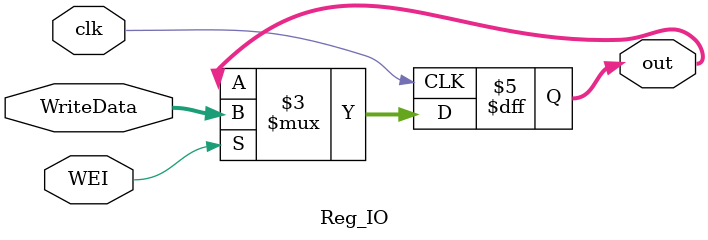
<source format=v>
module Reg_IO(
input WEI,
input clk,
input [7:0] WriteData,
output reg [7:0] out
);

always @ (posedge clk)
begin
if (WEI)
out = WriteData;
end

endmodule 
</source>
